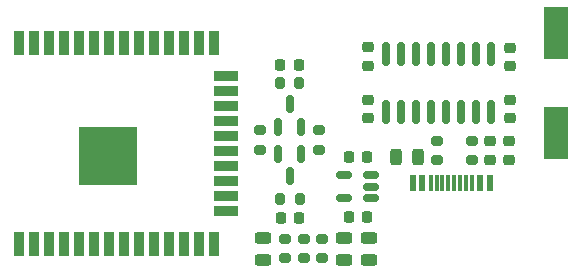
<source format=gtp>
G04 #@! TF.GenerationSoftware,KiCad,Pcbnew,(6.0.8)*
G04 #@! TF.CreationDate,2022-11-09T14:46:31+03:00*
G04 #@! TF.ProjectId,Pluton32,506c7574-6f6e-4333-922e-6b696361645f,1.0*
G04 #@! TF.SameCoordinates,Original*
G04 #@! TF.FileFunction,Paste,Top*
G04 #@! TF.FilePolarity,Positive*
%FSLAX46Y46*%
G04 Gerber Fmt 4.6, Leading zero omitted, Abs format (unit mm)*
G04 Created by KiCad (PCBNEW (6.0.8)) date 2022-11-09 14:46:31*
%MOMM*%
%LPD*%
G01*
G04 APERTURE LIST*
G04 Aperture macros list*
%AMRoundRect*
0 Rectangle with rounded corners*
0 $1 Rounding radius*
0 $2 $3 $4 $5 $6 $7 $8 $9 X,Y pos of 4 corners*
0 Add a 4 corners polygon primitive as box body*
4,1,4,$2,$3,$4,$5,$6,$7,$8,$9,$2,$3,0*
0 Add four circle primitives for the rounded corners*
1,1,$1+$1,$2,$3*
1,1,$1+$1,$4,$5*
1,1,$1+$1,$6,$7*
1,1,$1+$1,$8,$9*
0 Add four rect primitives between the rounded corners*
20,1,$1+$1,$2,$3,$4,$5,0*
20,1,$1+$1,$4,$5,$6,$7,0*
20,1,$1+$1,$6,$7,$8,$9,0*
20,1,$1+$1,$8,$9,$2,$3,0*%
G04 Aperture macros list end*
%ADD10RoundRect,0.150000X0.150000X-0.825000X0.150000X0.825000X-0.150000X0.825000X-0.150000X-0.825000X0*%
%ADD11RoundRect,0.225000X0.250000X-0.225000X0.250000X0.225000X-0.250000X0.225000X-0.250000X-0.225000X0*%
%ADD12RoundRect,0.150000X0.512500X0.150000X-0.512500X0.150000X-0.512500X-0.150000X0.512500X-0.150000X0*%
%ADD13RoundRect,0.200000X0.200000X0.275000X-0.200000X0.275000X-0.200000X-0.275000X0.200000X-0.275000X0*%
%ADD14R,2.000000X4.500000*%
%ADD15RoundRect,0.150000X-0.150000X0.587500X-0.150000X-0.587500X0.150000X-0.587500X0.150000X0.587500X0*%
%ADD16RoundRect,0.225000X0.225000X0.250000X-0.225000X0.250000X-0.225000X-0.250000X0.225000X-0.250000X0*%
%ADD17RoundRect,0.200000X0.275000X-0.200000X0.275000X0.200000X-0.275000X0.200000X-0.275000X-0.200000X0*%
%ADD18R,0.600000X1.450000*%
%ADD19R,0.300000X1.450000*%
%ADD20R,0.900000X2.000000*%
%ADD21R,2.000000X0.900000*%
%ADD22R,5.000000X5.000000*%
%ADD23RoundRect,0.150000X0.150000X-0.587500X0.150000X0.587500X-0.150000X0.587500X-0.150000X-0.587500X0*%
%ADD24RoundRect,0.200000X-0.275000X0.200000X-0.275000X-0.200000X0.275000X-0.200000X0.275000X0.200000X0*%
%ADD25RoundRect,0.243750X0.243750X0.456250X-0.243750X0.456250X-0.243750X-0.456250X0.243750X-0.456250X0*%
%ADD26RoundRect,0.218750X0.256250X-0.218750X0.256250X0.218750X-0.256250X0.218750X-0.256250X-0.218750X0*%
%ADD27RoundRect,0.225000X-0.250000X0.225000X-0.250000X-0.225000X0.250000X-0.225000X0.250000X0.225000X0*%
%ADD28RoundRect,0.225000X-0.225000X-0.250000X0.225000X-0.250000X0.225000X0.250000X-0.225000X0.250000X0*%
%ADD29RoundRect,0.243750X-0.456250X0.243750X-0.456250X-0.243750X0.456250X-0.243750X0.456250X0.243750X0*%
%ADD30RoundRect,0.200000X-0.200000X-0.275000X0.200000X-0.275000X0.200000X0.275000X-0.200000X0.275000X0*%
G04 APERTURE END LIST*
D10*
X162955000Y-98665000D03*
X164225000Y-98665000D03*
X165495000Y-98665000D03*
X166765000Y-98665000D03*
X168035000Y-98665000D03*
X169305000Y-98665000D03*
X170575000Y-98665000D03*
X171845000Y-98665000D03*
X171845000Y-93715000D03*
X170575000Y-93715000D03*
X169305000Y-93715000D03*
X168035000Y-93715000D03*
X166765000Y-93715000D03*
X165495000Y-93715000D03*
X164225000Y-93715000D03*
X162955000Y-93715000D03*
D11*
X173410000Y-94755000D03*
X173410000Y-93205000D03*
D12*
X161687500Y-105920000D03*
X161687500Y-104970000D03*
X161687500Y-104020000D03*
X159412500Y-104020000D03*
X159412500Y-105920000D03*
D13*
X155605000Y-96200572D03*
X153955000Y-96200572D03*
D11*
X171740000Y-102685000D03*
X171740000Y-101135000D03*
D14*
X177360000Y-91940000D03*
X177360000Y-100440000D03*
D15*
X155730000Y-102242500D03*
X153830000Y-102242500D03*
X154780000Y-104117500D03*
D16*
X161325000Y-102450000D03*
X159775000Y-102450000D03*
D17*
X152240000Y-101855000D03*
X152240000Y-100205000D03*
D18*
X165220000Y-104675000D03*
X166020000Y-104675000D03*
D19*
X167220000Y-104675000D03*
X168220000Y-104675000D03*
X168720000Y-104675000D03*
X169720000Y-104675000D03*
D18*
X170920000Y-104675000D03*
X171720000Y-104675000D03*
X171720000Y-104675000D03*
X170920000Y-104675000D03*
D19*
X170220000Y-104675000D03*
X169220000Y-104675000D03*
X167720000Y-104675000D03*
X166720000Y-104675000D03*
D18*
X166020000Y-104675000D03*
X165220000Y-104675000D03*
D20*
X131880000Y-109850000D03*
X133150000Y-109850000D03*
X134420000Y-109850000D03*
X135690000Y-109850000D03*
X136960000Y-109850000D03*
X138230000Y-109850000D03*
X139500000Y-109850000D03*
X140770000Y-109850000D03*
X142040000Y-109850000D03*
X143310000Y-109850000D03*
X144580000Y-109850000D03*
X145850000Y-109850000D03*
X147120000Y-109850000D03*
X148390000Y-109850000D03*
D21*
X149390000Y-107065000D03*
X149390000Y-105795000D03*
X149390000Y-104525000D03*
X149390000Y-103255000D03*
X149390000Y-101985000D03*
X149390000Y-100715000D03*
X149390000Y-99445000D03*
X149390000Y-98175000D03*
X149390000Y-96905000D03*
X149390000Y-95635000D03*
D20*
X148390000Y-92850000D03*
X147120000Y-92850000D03*
X145850000Y-92850000D03*
X144580000Y-92850000D03*
X143310000Y-92850000D03*
X142040000Y-92850000D03*
X140770000Y-92850000D03*
X139500000Y-92850000D03*
X138230000Y-92850000D03*
X136960000Y-92850000D03*
X135690000Y-92850000D03*
X134420000Y-92850000D03*
X133150000Y-92850000D03*
X131880000Y-92850000D03*
D22*
X139380000Y-102350000D03*
D23*
X153830000Y-99897500D03*
X155730000Y-99897500D03*
X154780000Y-98022500D03*
D17*
X157541000Y-111035000D03*
X157541000Y-109385000D03*
D24*
X157300000Y-100205000D03*
X157300000Y-101855000D03*
D25*
X165657500Y-102430000D03*
X163782500Y-102430000D03*
D26*
X173380000Y-102707500D03*
X173380000Y-101132500D03*
D27*
X173400000Y-97635000D03*
X173400000Y-99185000D03*
D17*
X155959000Y-111035000D03*
X155959000Y-109385000D03*
D28*
X159775000Y-107510000D03*
X161325000Y-107510000D03*
D24*
X170220000Y-101085000D03*
X170220000Y-102735000D03*
D29*
X159388000Y-109292500D03*
X159388000Y-111167500D03*
D28*
X154005000Y-94640000D03*
X155555000Y-94640000D03*
D29*
X161500000Y-109292500D03*
X161500000Y-111167500D03*
D16*
X155600000Y-107590572D03*
X154050000Y-107590572D03*
D11*
X161380000Y-99175000D03*
X161380000Y-97625000D03*
D29*
X152530000Y-109292500D03*
X152530000Y-111167500D03*
D24*
X167220000Y-101085000D03*
X167220000Y-102735000D03*
D30*
X154000000Y-106030000D03*
X155650000Y-106030000D03*
D17*
X154377000Y-111035000D03*
X154377000Y-109385000D03*
D27*
X161380000Y-93185000D03*
X161380000Y-94735000D03*
M02*

</source>
